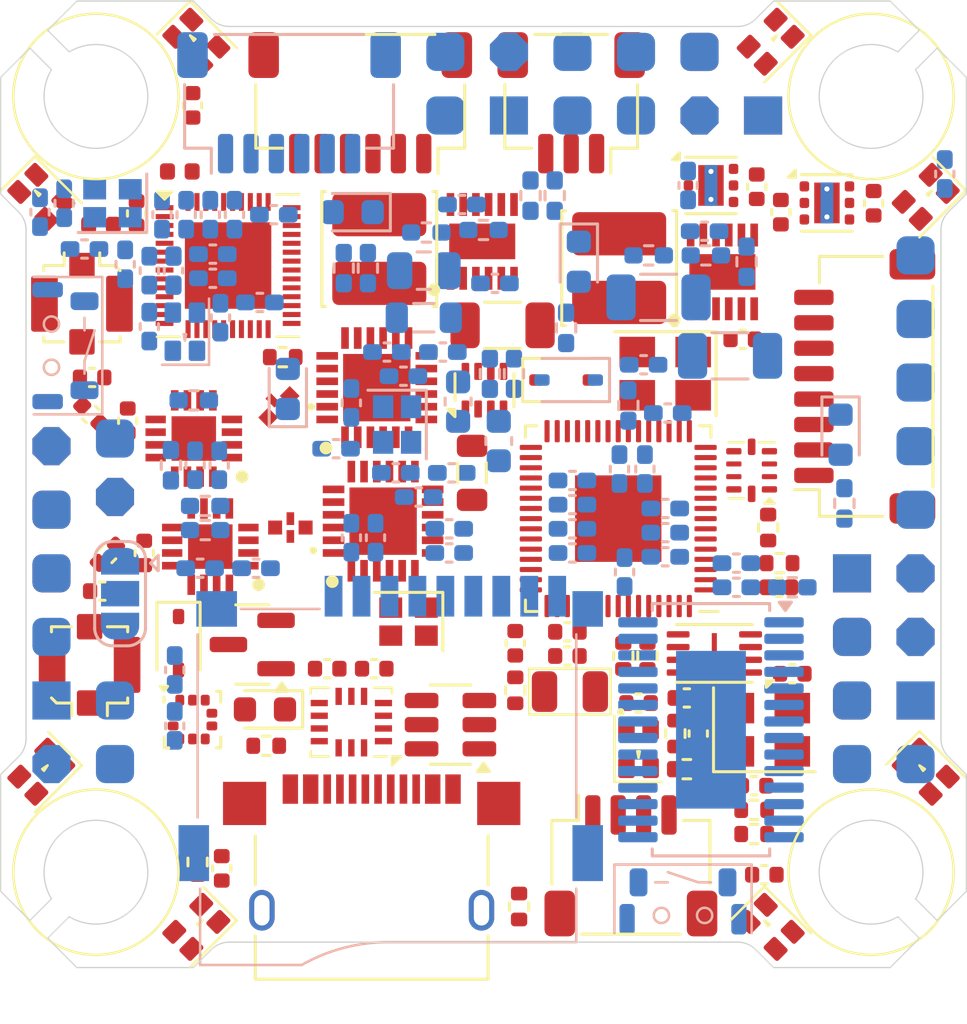
<source format=kicad_pcb>
(kicad_pcb (version 20241229) (generator "pcbnew") (generator_version "9.0")
  (layers (0 "F.Cu" signal) (4 "In1.Cu" signal) (6 "In2.Cu" signal) (8 "In3.Cu" signal) (10 "In4.Cu" signal) (12 "In5.Cu" signal) (14 "In6.Cu" signal) (2 "B.Cu" signal) (13 "F.Paste" user) (15 "B.Paste" user) (5 "F.SilkS" user "F.Silkscreen") (7 "B.SilkS" user "B.Silkscreen") (1 "F.Mask" user) (3 "B.Mask" user) (25 "Edge.Cuts" user))
  (net 0 "")
  (net 1 "GND")
  (net 2 "+1V1")
  (net 3 "+3V3")
  (net 4 "Net-(U1-VREG_AVDD)")
  (net 5 "Net-(U1-XIN)")
  (net 6 "Net-(C15-Pad2)")
  (net 7 "+4V5")
  (net 8 "+5V")
  (net 9 "+3V3_ELRS")
  (net 10 "Net-(U3-CAP1)")
  (net 11 "Net-(U3-LNA_IN)")
  (net 12 "VDD3P3")
  (net 13 "/ELRS/WIFI_ANTENNA")
  (net 14 "Net-(U3-XTAL_N)")
  (net 15 "Net-(C39-Pad2)")
  (net 16 "Net-(IC1-DCC_FB)")
  (net 17 "Net-(IC1-VR_PA)")
  (net 18 "Net-(IC2-ANT)")
  (net 19 "Net-(J3-In)")
  (net 20 "Net-(IC3-DCC_FB)")
  (net 21 "Net-(IC3-VR_PA)")
  (net 22 "Net-(J4-In)")
  (net 23 "Net-(IC4-ANT)")
  (net 24 "Net-(IC5-BOOT)")
  (net 25 "Net-(IC5-SW_1)")
  (net 26 "+5V_BUCK")
  (net 27 "VCC")
  (net 28 "Net-(IC6-BOOT)")
  (net 29 "Net-(IC6-SW_1)")
  (net 30 "+10V")
  (net 31 "/ADC/VBat_HI")
  (net 32 "/Video.In")
  (net 33 "Net-(U5-VIN)")
  (net 34 "Net-(U5-VOUT)")
  (net 35 "Net-(C77-Pad2)")
  (net 36 "Net-(U5-SAG)")
  (net 37 "Net-(U5-CLKIN)")
  (net 38 "Net-(U5-XFB)")
  (net 39 "/RP2350/LED")
  (net 40 "Net-(D1-DOUT)")
  (net 41 "Net-(D2-DOUT)")
  (net 42 "Net-(D3-DOUT)")
  (net 43 "Net-(D4-DOUT)")
  (net 44 "Net-(D5-DOUT)")
  (net 45 "Net-(D6-DOUT)")
  (net 46 "Net-(D7-DOUT)")
  (net 47 "Net-(D8-DOUT)")
  (net 48 "/Connectors/LED")
  (net 50 "/ELRS/LED_RGB")
  (net 51 "/Spk.+")
  (net 52 "/Spk.-")
  (net 53 "Net-(D14-A)")
  (net 54 "Net-(D15-A)")
  (net 55 "Net-(D16-A)")
  (net 56 "Net-(D17-A)")
  (net 57 "Net-(D18-A)")
  (net 58 "Net-(FL1-OUT)")
  (net 59 "Net-(FL1-IN)")
  (net 60 "Net-(FL2-IN)")
  (net 61 "Net-(FL2-OUT)")
  (net 63 "/ELRS/RADIO_RST")
  (net 64 "/ELRS/RADIO_BUSY")
  (net 65 "/ELRS/RADIO_DIO1")
  (net 66 "/ELRS/RADIO_MISO")
  (net 67 "/ELRS/RADIO_MOSI")
  (net 68 "Net-(IC1-DCC_SW)")
  (net 69 "Net-(IC1-XTA)")
  (net 70 "Net-(IC1-XTB)")
  (net 71 "/ELRS/RADIO_SCK")
  (net 72 "/ELRS/RADIO_NSS")
  (net 75 "/ELRS/POWER_RXEN")
  (net 77 "/ELRS/POWER_TXEN")
  (net 78 "Net-(IC3-XTB)")
  (net 80 "Net-(IC3-DCC_SW)")
  (net 81 "/ELRS/RADIO_NSS_2")
  (net 82 "/ELRS/RADIO_BUSY_2")
  (net 83 "/ELRS/RADIO_DIO1_2")
  (net 84 "Net-(IC3-XTA)")
  (net 86 "/ELRS/RADIO_RST_2")
  (net 89 "/ELRS/POWER_RXEN_2")
  (net 90 "/ELRS/POWER_TXEN_2")
  (net 92 "Net-(IC5-FB)")
  (net 94 "Net-(IC5-RT{slash}SYNC)")
  (net 96 "Net-(IC6-FB)")
  (net 97 "Net-(IC6-RT{slash}SYNC)")
  (net 99 "Net-(J1-CC2)")
  (net 100 "+5V_USB")
  (net 101 "Net-(J1-CC1)")
  (net 102 "/USB.D-")
  (net 103 "/USB.D+")
  (net 106 "/Motor.3")
  (net 107 "/Motor.1")
  (net 108 "/Motor.4")
  (net 109 "/Motor.2")
  (net 111 "/Connectors/Curr_ESC")
  (net 112 "/U1.TX")
  (net 113 "/U1.RX")
  (net 115 "/I2C0.SDA")
  (net 116 "/I2C0.SCL")
  (net 117 "/U2.TX")
  (net 118 "/U2.RX")
  (net 120 "/SWDIO")
  (net 121 "/SWCLK")
  (net 122 "/SD_DAT.0")
  (net 123 "/SD_DAT.3")
  (net 125 "/RP2350/SD_SCLK")
  (net 126 "/RP2350/SD_CMD")
  (net 127 "/SD_DAT.2")
  (net 128 "Net-(U1-VREG_LX)")
  (net 129 "Net-(U3-XTAL_P)")
  (net 130 "/PWM.1")
  (net 131 "/PWM.2")
  (net 132 "/PWM.3")
  (net 133 "/PWM.4")
  (net 134 "/U0.TX")
  (net 135 "/U0.RX")
  (net 136 "/Video.Out")
  (net 137 "/RP2350/Speaker")
  (net 138 "Net-(U1-USB_DP)")
  (net 139 "Net-(U1-USB_DM)")
  (net 140 "Net-(U1-XOUT)")
  (net 141 "Net-(U4-PR1)")
  (net 142 "Net-(U5-HSYNC)")
  (net 143 "Net-(U5-VSYNC)")
  (net 144 "Net-(U5-LOS)")
  (net 146 "Net-(U1-QSPI_SS)")
  (net 147 "/ELRS/ELRS_BUTTON")
  (net 148 "/SD_DAT.1")
  (net 149 "/ADC.VBat")
  (net 150 "Net-(U1-QSPI_SD0)")
  (net 151 "/RP2350/SPI0.MOSI")
  (net 152 "/RP2350/Gyro_Int")
  (net 153 "Net-(U1-QSPI_SCLK)")
  (net 154 "Net-(U1-QSPI_SD1)")
  (net 155 "/RP2350/Gyro_SS")
  (net 156 "Net-(U1-QSPI_SD2)")
  (net 157 "/ADC.Curr")
  (net 159 "/SPI1.SCLK")
  (net 160 "/SPI1.MISO")
  (net 161 "/SPI1.MOSI")
  (net 162 "Net-(U1-QSPI_SD3)")
  (net 163 "/RP2350/OSD_SS")
  (net 164 "/SPI0.SCLK")
  (net 167 "/SPI0.SDX")
  (net 180 "/ELRS/POWER_RXEN2")
  (footprint "Capacitor_SMD:C_0402_1005Metric" (layer "F.Cu") (at 115.35 88.95 -90)
    (property "Reference" "C81" (hide yes))
    (property "Value" "1u" (hide yes))
  )
  (footprint "Connector_JST:JST_SH_SM06B-SRSS-TB_1x06-1MP_P1.00mm_Horizontal" (layer "F.Cu") (at 95.15 85 180)
    (property "Reference" "J6" (hide yes))
    (property "Value" "Conn_01x06_MountingPin" (hide yes))
  )
  (footprint "Resistor_SMD:R_0402_1005Metric" (layer "F.Cu") (at 111.65 103.1)
    (property "Reference" "R27" (hide yes))
    (property "Value" "10k" (hide yes))
  )
  (footprint "Kolibri custom:WS2812B_1615" (layer "F.Cu") (at 82.6 88.7 -45)
    (property "Reference" "D6" (hide yes))
    (property "Value" "~" (hide yes))
  )
  (footprint "Capacitor_SMD:C_0402_1005Metric" (layer "F.Cu") (at 86.35 89.35 90)
    (property "Reference" "C32" (hide yes))
    (property "Value" "1.5p" (hide yes))
  )
  (footprint "Kolibri custom:QFN-60_EP_7x7_Pitch0.4mm" (layer "F.Cu") (at 105.3 101.35 180)
    (property "Reference" "U1" (hide yes))
    (property "Value" "RP2350A" (hide yes))
  )
  (footprint "Kolibri custom:Texas_X2QFN_RUG_10pin_1.5x2mm" (layer "F.Cu") (at 110.55 99.45 90)
    (property "Reference" "U9" (hide yes))
    (property "Value" "TLV9002S_RUG_X2QFN" (hide yes))
  )
  (footprint "Kolibri custom:Solder_Pad_octa_dual" (layer "F.Cu") (at 108.5 85.5)
    (property "Reference" "P30" (hide yes))
    (property "Value" "~" (hide yes))
  )
  (footprint "Kolibri custom:Solder_Pad_octa_dual" (layer "F.Cu") (at 85.5 100.5)
    (property "Reference" "P29" (hide yes))
    (property "Value" "~" (hide yes))
  )
  (footprint "Kolibri custom:WS2812B_1615" (layer "F.Cu") (at 117.4 88.7 -135)
    (property "Reference" "D9" (hide yes))
    (property "Value" "~" (hide yes))
  )
  (footprint "Kolibri custom:USB-C SMD+THT" (layer "F.Cu") (at 95.6 116.7475)
    (property "Reference" "J1" (hide yes))
    (property "Value" "USB_C_Receptacle_USB2.0_16P" (hide yes))
  )
  (footprint "Capacitor_SMD:C_0402_1005Metric" (layer "F.Cu") (at 108.45 109.8 90)
    (property "Reference" "C80" (hide yes))
    (property "Value" "15p" (hide yes))
  )
  (footprint "Resistor_SMD:R_0402_1005Metric" (layer "F.Cu") (at 88.75 114.85 -90)
    (property "Reference" "R5" (hide yes))
    (property "Value" "5.1k" (hide yes))
  )
  (footprint "SamacSys_Parts:QFN50P400X400X100-25N-D" (layer "F.Cu") (at 96.05 101.45 90)
    (property "Reference" "IC3" (hide yes))
    (property "Value" "SX1280IMLTRT" (hide yes))
  )
  (footprint "Kolibri custom:WS2812B_1615" (layer "F.Cu") (at 111.3 82.6 -135)
    (property "Reference" "D8" (hide yes))
    (property "Value" "~" (hide yes))
  )
  (footprint "SamacSys_Parts:2450FM07D0034T" (layer "F.Cu") (at 92.4 101.7 180)
    (property "Reference" "FL2" (hide yes))
    (property "Value" "2450FM07D0034T" (hide yes))
  )
  (footprint "SamacSys_Parts:SON50P300X300X80-13N" (layer "F.Cu") (at 99.95 90.45 90)
    (property "Reference" "IC6" (hide yes))
    (property "Value" "LMR38025SDRRR" (hide yes))
  )
  (footprint "Inductor_SMD:L_0805_2012Metric" (layer "F.Cu") (at 99.55 99.55 90)
    (property "Reference" "L6" (hide yes))
    (property "Value" "15u" (hide yes))
  )
  (footprint "Inductor_SMD:L_0402_1005Metric" (layer "F.Cu") (at 84.95 89.8)
    (property "Reference" "L3" (hide yes))
    (property "Value" "3.0n" (hide yes))
  )
  (footprint "SamacSys_Parts:QFN50P300X300X60-17N-D" (layer "F.Cu") (at 88.6 98.2 180)
    (property "Reference" "IC2" (hide yes))
    (property "Value" "RFX2401C" (hide yes))
  )
  (footprint "Resistor_SMD:R_0402_1005Metric" (layer "F.Cu") (at 105.5 106.75 -90)
    (property "Reference" "R2" (hide yes))
    (property "Value" "27" (hide yes))
  )
  (footprint "Capacitor_SMD:C_0402_1005Metric" (layer "F.Cu") (at 111.05 115.35 180)
    (property "Reference" "C18" (hide yes))
    (property "Value" "100n" (hide yes))
  )
  (footprint "LED_SMD:LED_0603_1608Metric" (layer "F.Cu") (at 91.4 108.85 180)
    (property "Reference" "D17" (hide yes))
    (property "Value" "green" (hide yes))
  )
  (footprint "Capacitor_SMD:C_0402_1005Metric" (layer "F.Cu") (at 103.3 105.8 180)
    (property "Reference" "C13" (hide yes))
    (property "Value" "4.7u" (hide yes))
  )
  (footprint "Kolibri custom:Solder_Pad_rect_dual" (layer "F.Cu") (at 111 85.5)
    (property "Reference" "P25" (hide yes))
    (property "Value" "~" (hide yes))
  )
  (footprint "Capacitor_SMD:C_0402_1005Metric" (layer "F.Cu") (at 110.2 94.3 180)
    (property "Reference" "C67" (hide yes))
    (property "Value" "100n" (hide yes))
  )
  (footprint "Kolibri custom:Abracon AOTA 0806" (layer "F.Cu") (at 103.4 108.15 180)
    (property "Reference" "L1" (hide yes))
    (property "Value" "3.3u" (hide yes))
  )
  (footprint "Package_LGA:ST_HLGA-10_2x2mm_P0.5mm_LayoutBorder3x2y" (layer "F.Cu") (at 88.55 109.25)
    (property "Reference" "U11" (hide yes))
    (property "Value" "LPS22HB" (hide yes))
  )
  (footprint "Kolibri custom:WS2812B_1615" (layer "F.Cu") (at 88.7 82.6 -45)
    (property "Reference" "D7" (hide yes))
    (property "Value" "~" (hide yes))
  )
  (footprint "Package_SON:WSON-6-1EP_2x2mm_P0.65mm_EP1x1.6mm_ThermalVias" (layer "F.Cu") (at 108.95 88.25)
    (property "Reference" "U7" (hide yes))
    (property "Value" "TPS746-3.3DRV" (hide yes))
  )
  (footprint "Package_LGA:Bosch_LGA-14_3x2.5mm_P0.5mm" (layer "F.Cu") (at 94.8 109.35 180)
    (property "Reference" "U2" (hide yes))
    (property "Value" "BMI270" (hide yes))
  )
  (footprint "Resistor_SMD:R_0402_1005Metric" (layer "F.Cu") (at 108 111.2)
    (property "Reference" "R22" (hide yes))
    (property "Value" "1k" (hide yes))
  )
  (footprint "Resistor_SMD:R_0402_1005Metric" (layer "F.Cu") (at 91.45 110.28 180)
    (property "Reference" "R31" (hide yes))
    (property "Value" "2.2k" (hide yes))
  )
  (footprint "Crystal:Crystal_SMD_3225-4Pin_3.2x2.5mm" (layer "F.Cu") (at 107.15 95.65 180)
    (property "Reference" "Y1" (hide yes))
    (property "Value" "Crystal_GND24" (hide yes))
  )
  (footprint "Connector_JST:JST_SH_SM03B-SRSS-TB_1x03-1MP_P1.00mm_Horizontal" (layer "F.Cu") (at 103.45 85 180)
    (property "Reference" "J8" (hide yes))
    (property "Value" "Conn_01x03_MountingPin" (hide yes))
  )
  (footprint "SamacSys_Parts:QFN50P300X300X60-17N-D" (layer "F.Cu") (at 89.25 102.45 180)
    (property "Reference" "IC4" (hide yes))
    (property "Value" "RFX2401C" (hide yes))
  )
  (footprint "Resistor_SMD:R_0402_1005Metric" (layer "F.Cu") (at 92.1 95)
    (property "Reference" "R32" (hide yes))
    (property "Value" "470" (hide yes))
  )
  (footprint "Kolibri custom:QFN-48_EP_5x5_Pitch0.35mm" (layer "F.Cu") (at 89.95 91.4)
    (property "Reference" "U3" (hide yes))
    (property "Value" "ESP32-U4WDH" (hide yes))
  )
  (footprint "Capacitor_SMD:C_0402_1005Metric" (layer "F.Cu") (at 103.3 106.75 180)
    (property "Reference" "C12" (hide yes))
    (property "Value" "4.7u" (hide yes))
  )
  (footprint "SamacSys_Parts:2450FM07D0034T" (layer "F.Cu") (at 91.95 96.95 -135)
    (property "Reference" "FL1" (hide yes))
    (property "Value" "2450FM07D0034T" (hide yes))
  )
  (footprint "Capacitor_SMD:C_0402_1005Metric" (layer "F.Cu") (at 108 108.4)
    (property "Reference" "C85" (hide yes))
    (property "Value" "100n" (hide yes))
  )
  (footprint "Package_TO_SOT_SMD:SOT-583-8" (layer "F.Cu") (at 100.0375 96.3 90)
    (property "Reference" "U4" (hide yes))
    (property "Value" "TPS2116DRL" (hide yes))
  )
  (footprint "Kolibri custom:Solder_Pad_rect_dual" (layer "F.Cu") (at 114.5 103.5)
    (property "Reference" "P23" (hide yes))
    (property "Value" "~" (hide yes))
  )
  (footprint "Connector_JST:JST_SH_SM08B-SRSS-TB_1x08-1MP_P1.00mm_Horizontal" (layer "F.Cu") (at 115 96.15 90)
    (property "Reference" "J5" (hide yes))
    (property "Value" "Conn_01x08_MountingPin" (hide yes))
  )
  (footprint "Capacitor_SMD:C_0402_1005Metric" (layer "F.Cu") (at 86 97.5 -90)
    (property "Reference" "C52" (hide yes))
    (property "Value" "DNF" (hide yes))
  )
  (footprint "Capacitor_SMD:C_0402_1005Metric" (layer "F.Cu") (at 95.7 107.25 180)
    (property "Reference" "C22" (hide yes))
    (property "Value" "100n" (hide yes))
  )
  (footprint "Inductor_SMD:L_Cenker_CKCS4020" (layer "F.Cu") (at 105.3375 91.5 -90)
    (property "Reference" "L7" (hide yes))
    (property "Value" "4.7u" (hide yes))
  )
  (footprint "Kolibri custom:Solder_Pad_rounded_dual" (layer "F.Cu") (at 83 103.5)
    (property "Reference" "P21" (hide yes))
    (property "Value" "~" (hide yes))
  )
  (footprint "Capacitor_SMD:C_0402_1005Metric" (layer "F.Cu") (at 111.625 104.05 180)
    (property "Reference" "C73" (hide yes))
    (property "Value" "1u" (hide yes))
  )
  (footprint "Capacitor_SMD:C_0402_1005Metric" (layer "F.Cu") (at 89.7 115.1 90)
    (property "Reference" "C19" (hide yes))
    (property "Value" "100n" (hide yes))
  )
  (footprint "Kolibri custom:WS2812B_1615" (layer "F.Cu") (at 88.7 117.4 -135)
    (property "Reference" "D4" (hide yes))
    (property "Value" "~" (hide yes))
  )
  (footprint "Connector_Coaxial:U.FL_Molex_MCRF_73412-0110_Vertical" (layer "F.Cu") (at 84.2 92.9)
    (property "Reference" "J3" (hide yes))
    (property "Value" "Conn_Coaxial_Small" (hide yes))
  )
  (footprint "Kolibri custom:Solder_Pad_octa_dual" (layer "F.Cu") (at 83 98.5)
    (property "Reference" "P34" (hide yes))
    (property "Value" "~" (hide yes))
  )
  (footprint "Resistor_SMD:R_0402_1005Metric" (layer "F.Cu") (at 110.65 113.75 180)
    (property "Reference" "R23" (hide yes))
    (property "Value" "1k" (hide yes))
  )
  (footprint "Resistor_SMD:R_0402_1005Metric" (layer "F.Cu") (at 101.25 108.1 90)
    (property "Reference" "R3" (hide yes))
    (property "Value" "33" (hide yes))
  )
  (footprint "Connector_Coaxial:U.FL_Molex_MCRF_73412-0110_Vertical" (layer "F.Cu") (at 84.5 107.1 180)
    (property "Reference" "J4" (hide yes))
    (property "Value" "Conn_Coaxial_Small" (hide yes))
  )
  (footprint "Capacitor_SMD:C_0402_1005Metric" (layer "F.Cu") (at 112.15 107.45)
    (property "Reference" "C79" (hide yes))
    (property "Value" "15p" (hide yes))
  )
  (footprint "Kolibri custom:WS2812B_1615" (layer "F.Cu") (at 111.3 117.4 -45)
    (property "Reference" "D3" (hide yes))
    (property "Value" "~" (hide yes))
  )
  (footprint "Capacitor_SMD:C_0402_1005Metric" (layer "F.Cu") (at 84.6 95.8 180)
    (property "Reference" "C51" (hide yes))
    (property "Value" "DNF" (hide yes))
  )
  (footprint "Capacitor_SMD:C_0402_1005Metric" (layer "F.Cu") (at 85 104.2 180)
    (property "Reference" "C58" (hide yes))
    (property "Value" "DNF" (hide yes))
  )
  (footprint "Kolibri custom:Solder_Pad_octa_dual" (layer "F.Cu") (at 117 106)
    (property "Reference" "P28" (hide yes))
    (property "Value" "~" (hide yes))
  )
  (footprint "Connector_JST:JST_SH_SM04B-SRSS-TB_1x04-1MP_P1.00mm_Horizontal" (layer "F.Cu") (at 105.8 115)
    (property "Reference" "J2" (hide yes))
    (property "Value" "Conn_01x04_MountingPin" (hide yes))
  )
  (footprint "Kolibri custom:Solder_Pad_rounded_dual" (layer "F.Cu") (at 114.5 108.5)
    (property "Reference" "P18" (hide yes))
    (property "Value" "~" (hide yes))
  )
  (footprint "Kolibri custom:Solder_Pad_rounded_dual" (layer "F.Cu") (at 83 101)
    (property "Reference" "P22" (hide yes))
    (property "Value" "~" (hide yes))
  )
  (footprint "Kolibri custom:Solder_Pad_rounded_dual" (layer "F.Cu") (at 114.5 106)
    (property "Reference" "P19" (hide yes))
    (property "Value" "~" (hide yes))
  )
  (footprint "Resistor_SMD:R_0402_1005Metric" (layer "F.Cu") (at 110.65 112.8 180)
    (property "Reference" "R24" (hide yes))
    (property "Value" "75" (hide yes))
  )
  (footprint "Package_TO_SOT_SMD:SOT-23-6" (layer "F.Cu") (at 98.7 109.45 180)
    (property "Reference" "U8" (hide yes))
    (property "Value" "WE-TVS-824015043" (hide yes))
  )
  (footprint "Kolibri custom:WS2812B_1615" (layer "F.Cu") (at 106.1 110.4 90)
    (property "Reference" "D1" (hide yes))
    (property "Value" "~" (hide yes))
  )
  (footprint "Package_SON:WSON-6-1EP_2x2mm_P0.65mm_EP1x1.6mm_ThermalVias" (layer "F.Cu") (at 113.5125 88.9375)
    (property "Reference" "U6" (hide yes))
    (property "Value" "LP5912-3.3DRV" (hide yes))
  )
  (footprint "Kolibri custom:Solder_Pad_rounded_dual" (layer "F.Cu") (at 108.5 83)
    (property "Reference" "P20" (hide yes))
    (property "Value" "~" (hide yes))
  )
  (footprint "Resistor_SMD:R_0402_1005Metric" (layer "F.Cu") (at 107.55 109.8 90)
    (property "Reference" "R21" (hide yes))
    (property "Value" "1k" (hide yes))
  )
  (footprint "Capacitor_SMD:C_0402_1005Metric" (layer "F.Cu") (at 106.1 108.6)
    (property "Reference" "C16" (hide yes))
    (property "Value" "100n" (hide yes))
  )
  (footprint "SamacSys_Parts:SON50P300X300X80-13N" (layer "F.Cu") (at 109.4 91.65 90)
    (property "Reference" "IC5" (hide yes))
    (property "Value" "LMR38025SDRRR" (hide yes))
  )
  (footprint "Diode_SMD:D_SOD-323" (layer "F.Cu") (at 103.15 95.9)
    (property "Reference" "D13" (hide yes))
    (property "Value" "1N4148WS" (hide yes))
  )
  (footprint "Inductor_SMD:L_0402_1005Metric" (layer "F.Cu") (at 88.05 87.7)
    (property "Reference" "L4" (hide yes))
    (property "Value" "24n" (hide yes))
  )
  (footprint "Capacitor_SMD:C_0402_1005Metric" (layer "F.Cu") (at 84.55 97.25 -45)
    (property "Reference" "C46" (hide yes))
    (property "Value" "47p" (hide yes))
  )
  (footprint "Capacitor_SMD:C_0402_1005Metric" (layer "F.Cu") (at 110.75 88.3 -90)
    (property "Reference" "C83" (hide yes))
    (property "Value" "1u" (hide yes))
  )
  (footprint "Crystal:Crystal_SMD_3225-4Pin_3.2x2.5mm" (layer "F.Cu") (at 111.05 109.65)
    (property "Reference" "Y4" (hide yes))
    (property "Value" "Crystal_GND24" (hide yes))
  )
  (footprint "Capacitor_SMD:C_0402_1005Metric" (layer "F.Cu") (at 101.25 106.25 90)
    (property "Reference" "C11" (hide yes))
    (property "Value" "4.7u" (hide yes))
  )
  (footprint "Capacitor_SMD:C_1206_3216Metric" (layer "F.Cu") (at 100.75 93.75 180)
    (property "Reference" "C69" (hide yes))
    (property "Value" "2.2u" (hide yes))
  )
  (footprint "Crystal:Crystal_SMD_2016-4Pin_2.0x1.6mm" (layer "F.Cu") (at 97.05 105.4 180)
    (property "Reference" "Y3" (hide yes))
    (property "Value" "Crystal_GND24" (hide yes))
  )
  (footprint "Capacitor_SMD:C_0402_1005Metric" (layer "F.Cu") (at 85.2 102.75 45)
    (property "Reference" "C57" (hide yes))
    (property "Value" "47p" (hide yes))
  )
  (footprint "Inductor_SMD:L_Cenker_CKCS4020" (layer "F.Cu") (at 95.9 90.75 -90)
    (property "Reference" "L8" (hide yes))
    (property "Value" "4.7u" (hide yes))
  )
  (footprint "Kolibri custom:WS2812B_1615" (layer "F.Cu") (at 117.4 111.3 -45)
    (property "Reference" "D2" (hide yes))
    (property "Value" "~" (hide yes))
  )
  (footprint "Kolibri custom:Solder_Pad_rect_dual" (layer "F.Cu") (at 117 108.5)
    (property "Reference" "P24" (hide yes))
    (property "Value" "~" (hide yes))
  )
  (footprint "Capacitor_SMD:C_0402_1005Metric" (layer "F.Cu") (at 110.65 111.85)
    (property "Reference" "C76" (hide yes))
    (property "Value" "100n" (hide yes))
  )
  (footprint "Resistor_SMD:R_0402_1005Metric" (layer "F.Cu") (at 106.45 106.75 -90)
    (property "Reference" "R1" (hide yes))
    (property "Value" "27" (hide yes))
  )
  (footprint "Kolibri custom:WS2812B_1615" (layer "F.Cu") (at 82.6 111.3 -135)
    (property "Reference" "D5" (hide yes))
    (property "Value" "~" (hide yes))
  )
  (footprint "Diode_SMD:D_SOD-323" (layer "F.Cu") (at 88 106.25 -90)
    (property "Reference" "D12" (hide yes))
    (property "Value" "1N4148WS" (hide yes))
  )
  (footprint "Package_TO_SOT_SMD:SOT-23" (layer "F.Cu") (at 90.9 106.3 180)
    (property "Reference" "Q1" (hide yes))
    (property "Value" "BSS138" (hide yes))
  )
  (footprint "Capacitor_SMD:C_0402_1005Metric" (layer "F.Cu") (at 86.65 102.7 90)
    (property "Reference" "C59" (hide yes))
    (property "Value" "DNF" (hide yes))
  )
  (footprint "Resistor_SMD:R_0402_1005Metric" (layer "F.Cu") (at 101.4 116.6 -90)
    (property "Reference" "R6" (hide yes))
    (property "Value" "5.1k" (hide yes))
  )
  (footprint "Capacitor_SMD:C_0402_1005Metric" (layer "F.Cu") (at 88.55 85.1 -90)
    (property "Reference" "C20" (hide yes))
    (property "Value" "100n" (hide yes))
  )
  (footprint "Resistor_SMD:R_0402_1005Metric" (layer "F.Cu") (at 111.2 101.7 -90)
    (property "Reference" "R26" (hide yes))
    (property "Value" "100k" (hide yes))
  )
  (footprint "Kolibri custom:Solder_Pad_octa_dual" (layer "F.Cu") (at 117 103.5)
    (property "Reference" "P33" (hide yes))
    (property "Value" "~" (hide yes))
  )
  (footprint "SamacSys_Parts:QFN50P400X400X100-25N-D" (layer "F.Cu") (at 95.8 96.2 90)
    (property "Reference" "IC1" (hide yes))
    (property "Value" "SX1280IMLTRT" (hide yes))
  )
  (footprint "Capacitor_SMD:C_0402_1005Metric" (layer "F.Cu") (at 93.85 107.25)
    (property "Reference" "C21" (hide yes))
    (property "Value" "100n" (hide yes))
  )
  (footprint "Capacitor_SMD:C_0402_1005Metric" (layer "F.Cu") (at 111.7 89.3 -90)
    (property "Reference" "C82" (hide yes))
    (property "Value" "1u" (hide yes))
  )
  (footprint "Package_SON:Winbond_USON-8-1EP_3x2mm_P0.5mm_EP0.2x1.6mm" (layer "F.Cu") (at 109.0825 106.65 180)
    (property "Reference" "U10" (hide yes))
    (property "Value" "W25Q16JVUXIQ" (hide yes))
  )
  (footprint "Capacitor_SMD:C_0402_1005Metric_Pad0.74x0.62mm_HandSolder" (layer "B.Cu") (at 91.2 92.85 180)
    (property "Reference" "C30" (hide yes))
    (property "Value" "1u" (hide yes))
  )
  (footprint "Resistor_SMD:R_0402_1005Metric_Pad0.72x0.64mm_HandSolder" (layer "B.Cu") (at 97.75 90.1)
    (property "Reference" "R20" (hide yes))
    (property "Value" "10k" (hide yes))
  )
  (footprint "Capacitor_SMD:C_0402_1005Metric_Pad0.74x0.62mm_HandSolder" (layer "B.Cu") (at 98.65 102.7)
    (property "Reference" "C74" (hide yes))
    (property "Value" "100n" (hide yes))
  )
  (footprint "Resistor_SMD:R_0402_1005Metric_Pad0.72x0.64mm_HandSolder" (layer "B.Cu") (at 112.15 104.05)
    (property "Reference" "R25" (hide yes))
    (property "Value" "75" (hide yes))
  )
  (footprint "Kolibri custom:Button C530669 wo holes" (layer "B.Cu") (at 83 94.55 90)
    (property "Reference" "SW2" (hide yes))
    (property "Value" "~" (hide yes))
  )
  (footprint "Capacitor_SMD:C_0402_1005Metric_Pad0.74x0.62mm_HandSolder" (layer "B.Cu") (at 98.65 101.75)
    (property "Reference" "C75" (hide yes))
    (property "Value" "1u" (hide yes))
  )
  (footprint "Capacitor_SMD:C_0402_1005Metric_Pad0.74x0.62mm_HandSolder" (layer "B.Cu") (at 103.5 99.85)
    (property "Reference" "C6" (hide yes))
    (property "Value" "100n" (hide yes))
  )
  (footprint "Kolibri custom:Solder_Pad_rounded" (layer "B.Cu") (at 98.5 85.5 180)
    (property "Reference" "P11" (hide yes))
    (property "Value" "~" (hide yes))
  )
  (footprint "Resistor_SMD:R_0402_1005Metric_Pad0.72x0.64mm_HandSolder" (layer "B.Cu") (at 110.35 91.25 -90)
    (property "Reference" "R17" (hide yes))
    (property "Value" "22.6k" (hide yes))
  )
  (footprint "Resistor_SMD:R_0402_1005Metric_Pad0.72x0.64mm_HandSolder" (layer "B.Cu") (at 100 90 180)
    (property "Reference" "R18" (hide yes))
    (property "Value" "21.5k" (hide yes))
  )
  (footprint "Capacitor_SMD:C_0402_1005Metric_Pad0.74x0.62mm_HandSolder" (layer "B.Cu") (at 96.2 94.8)
    (property "Reference" "C44" (hide yes))
    (property "Value" "100n" (hide yes))
  )
  (footprint "Kolibri custom:Solder_Pad_rounded" (layer "B.Cu") (at 103.5 85.5 180)
    (property "Reference" "P9" (hide yes))
    (property "Value" "~" (hide yes))
  )
  (footprint "Capacitor_SMD:C_0402_1005Metric_Pad0.74x0.62mm_HandSolder" (layer "B.Cu") (at 107.15 100.95 180)
    (property "Reference" "C4" (hide yes))
    (property "Value" "100n" (hide yes))
  )
  (footprint "LED_SMD:LED_0603_1608Metric" (layer "B.Cu") (at 94.85 89.3 180)
    (property "Reference" "D15" (hide yes))
    (property "Value" "violet" (hide yes))
  )
  (footprint "Capacitor_SMD:C_0402_1005Metric_Pad0.74x0.62mm_HandSolder" (layer "B.Cu") (at 89.65 93.45 90)
    (property "Reference" "C26" (hide yes))
    (property "Value" "100n" (hide yes))
  )
  (footprint "Capacitor_SMD:C_0402_1005Metric_Pad0.74x0.62mm_HandSolder" (layer "B.Cu") (at 103.5 100.8)
    (property "Reference" "C10" (hide yes))
    (property "Value" "100n" (hide yes))
  )
  (footprint "Capacitor_SMD:C_0402_1005Metric_Pad0.74x0.62mm_HandSolder" (layer "B.Cu") (at 107.25 97.2 180)
    (property "Reference" "C15" (hide yes))
    (property "Value" "15p" (hide yes))
  )
  (footprint "Capacitor_SMD:C_0402_1005Metric_Pad0.74x0.62mm_HandSolder" (layer "B.Cu") (at 89.25 89.4 -90)
    (property "Reference" "C28" (hide yes))
    (property "Value" "100n" (hide yes))
  )
  (footprint "Resistor_SMD:R_0402_1005Metric_Pad0.72x0.64mm_HandSolder" (layer "B.Cu") (at 95.45 91.5 90)
    (property "Reference" "R19" (hide yes))
    (property "Value" "90.9k" (hide yes))
  )
  (footprint "Resistor_SMD:R_0402_1005Metric_Pad0.72x0.64mm_HandSolder" (layer "B.Cu") (at 105.7 96.9 -90)
    (property "Reference" "R4" (hide yes))
    (property "Value" "1k" (hide yes))
  )
  (footprint "Capacitor_SMD:C_0402_1005Metric_Pad0.74x0.62mm_HandSolder" (layer "B.Cu") (at 99.15 89 180)
    (property "Reference" "C71" (hide yes))
    (property "Value" "100n" (hide yes))
  )
  (footprint "Capacitor_SMD:C_0603_1608Metric" (layer "B.Cu") (at 100.6 98.3 90)
    (property "Reference" "C64" (hide yes))
    (property "Value" "1u" (hide yes))
  )
  (footprint "Capacitor_SMD:C_0603_1608Metric" (layer "B.Cu") (at 99 96.75 90)
    (property "Reference" "C63" (hide yes))
    (property "Value" "1u" (hide yes))
  )
  (footprint "Crystal:Crystal_SMD_2016-4Pin_2.0x1.6mm" (layer "B.Cu") (at 96.6 97.65 -90)
    (property "Reference" "Y5" (hide yes))
    (property "Value" "Crystal_GND24" (hide yes))
  )
  (footprint "Capacitor_SMD:C_0402_1005Metric_Pad0.74x0.62mm_HandSolder" (layer "B.Cu") (at 88.3 89.4 90)
    (property "Reference" "C31" (hide yes))
    (property "Value" "10n" (hide yes))
  )
  (footprint "Capacitor_SMD:C_0402_1005Metric_Pad0.74x0.62mm_HandSolder" (layer "B.Cu") (at 84.3 90.75)
    (property "Reference" "C39" (hide yes))
    (property "Value" "15p" (hide yes))
  )
  (footprint "Kolibri custom:Solder_Pad_rounded" (layer "B.Cu") (at 103.5 83 180)
    (property "Reference" "P8" (hide yes))
    (property "Value" "~" (hide yes))
  )
  (footprint "Capacitor_SMD:C_1206_3216Metric" (layer "B.Cu") (at 106.8875 92.65)
    (property "Reference" "C66" (hide yes))
    (property "Value" "47u" (hide yes))
  )
  (footprint "Capacitor_SMD:C_0402_1005Metric_Pad0.74x0.62mm_HandSolder" (layer "B.Cu") (at 97.45 100.5 180)
    (property "Reference" "C60" (hide yes))
    (property "Value" "100n" (hide yes))
  )
  (footprint "Capacitor_SMD:C_0402_1005Metric_Pad0.74x0.62mm_HandSolder" (layer "B.Cu") (at 109.95 104.05 180)
    (property "Reference" "C78" (hide yes))
    (property "Value" "10u" (hide yes))
  )
  (footprint "Kolibri custom:Solder_Pad_rounded" (layer "B.Cu") (at 85.5 111 180)
    (property "Reference" "P17" (hide yes))
    (property "Value" "~" (hide yes))
  )
  (footprint "Resistor_SMD:R_0402_1005Metric_Pad0.72x0.64mm_HandSolder" (layer "B.Cu") (at 89.05 101.8 180)
    (property "Reference" "R12" (hide yes))
    (property "Value" "100k" (hide yes))
  )
  (footprint "Kolibri custom:Solder_Pad_rounded" (layer "B.Cu") (at 85.5 108.5 180)
    (property "Reference" "P16" (hide yes))
    (property "Value" "~" (hide yes))
  )
  (footprint "Resistor_SMD:R_0402_1005Metric_Pad0.72x0.64mm_HandSolder" (layer "B.Cu") (at 114.2 100.75 90)
    (property "Reference" "R28" (hide yes))
    (property "Value" "8.2k" (hide yes))
  )
  (footprint "Kolibri custom:Button C530669 wo holes" (layer "B.Cu") (at 107.85 116.95 180)
    (property "Reference" "SW1" (hide yes))
    (property "Value" "~" (hide yes))
  )
  (footprint "Kolibri custom:Solder_Pad_rounded" (layer "B.Cu") (at 117 93.5 180)
    (property "Reference" "P4" (hide yes))
    (property "Value" "~" (hide yes))
  )
  (footprint "Capacitor_SMD:C_0402_1005Metric_Pad0.74x0.62mm_HandSolder" (layer "B.Cu") (at 106.35 99.4 -90)
    (property "Reference" "C5" (hide yes))
    (property "Value" "100n" (hide yes))
  )
  (footprint "Capacitor_SMD:C_0402_1005Metric_Pad0.74x0.62mm_HandSolder" (layer "B.Cu") (at 88.85 103.3 180)
    (property "Reference" "C53" (hide yes))
    (property "Value" "1u" (hide yes))
  )
  (footprint "Capacitor_SMD:C_0402_1005Metric_Pad0.74x0.62mm_HandSolder" (layer "B.Cu") (at 90.2 89.4 -90)
    (property "Reference" "C29" (hide yes))
    (property "Value" "1u" (hide yes))
  )
  (footprint "Resistor_SMD:R_0402_1005Metric_Pad0.72x0.64mm_HandSolder" (layer "B.Cu") (at 101.85 88.65 90)
    (property "Reference" "R7" (hide yes))
    (property "Value" "6.8k" (hide yes))
  )
  (footprint "Capacitor_SMD:C_1206_3216Metric" (layer "B.Cu") (at 109.7 94.95 180)
    (property "Reference" "C68" (hide yes))
    (property "Value" "2.2u" (hide yes))
  )
  (footprint "Kolibri custom:Solder_Pad_rounded" (layer "B.Cu") (at 83 106 90)
    (property "Reference" "P13" (hide yes))
    (property "Value" "~" (hide yes))
  )
  (footprint "Kolibri custom:Solder_Pad_rounded" (layer "B.Cu") (at 114.5 111 -90)
    (property "Reference" "P14" (hide yes))
    (property "Value" "~" (hide yes))
  )
  (footprint "Capacitor_SMD:C_0402_1005Metric_Pad0.74x0.62mm_HandSolder" (layer "B.Cu") (at 94.2 98.6 180)
    (property "Reference" "C43" (hide yes))
    (property "Value" "10n" (hide yes))
  )
  (footprint "Connector_JST:JST_SH_SM06B-SRSS-TB_1x06-1MP_P1.00mm_Horizontal" (layer "B.Cu") (at 92.35 85)
    (property "Reference" "J7" (hide yes))
    (property "Value" "Conn_01x06_MountingPin" (hide yes))
  )
  (footprint "Capacitor_SMD:C_0402_1005Metric_Pad0.74x0.62mm_HandSolder" (layer "B.Cu") (at 94.8 96.8 -90)
    (property "Reference" "C42" (hide yes))
    (property "Value" "10n" (hide yes))
  )
  (footprint "Capacitor_SMD:C_0402_1005Metric_Pad0.74x0.62mm_HandSolder" (layer "B.Cu") (at 86.85 93.8 -90)
    (property "Reference" "C36" (hide yes))
    (property "Value" "10u" (hide yes))
  )
  (footprint "Crystal:Crystal_SMD_2016-4Pin_2.0x1.6mm" (layer "B.Cu") (at 85.4 88.95 180)
    (property "Reference" "Y2" (hide yes))
    (property "Value" "Crystal_GND24" (hide yes))
  )
  (footprint "Kolibri custom:Solder_Pad_rounded" (layer "B.Cu") (at 85.5 98.2 90)
    (property "Reference" "P12" (hide yes))
    (property "Value" "~" (hide yes))
  )
  (footprint "Kolibri custom:Solder_Pad_octa" (layer "B.Cu") (at 83 111 180)
    (property "Reference" "P31" (hide yes))
    (property "Value" "~" (hide yes))
  )
  (footprint "Kolibri custom:Solder_Pad_octa" (layer "B.Cu") (at 101 83 180)
    (property "Reference" "P32" (hide yes))
    (property "Value" "~" (hide yes))
  )
  (footprint "Capacitor_SMD:C_0402_1005Metric_Pad0.74x0.62mm_HandSolder" (layer "B.Cu") (at 87.35 89.4 -90)
    (property "Reference" "C25" (hide yes))
    (property "Value" "100n" (hide yes))
  )
  (footprint "Kolibri custom:Solder_Pad_rounded" (layer "B.Cu") (at 117 98.5 180)
    (property "Reference" "P2" (hide yes))
    (property "Value" "~" (hide yes))
  )
  (footprint "Capacitor_SMD:C_0402_1005Metric_Pad0.74x0.62mm_HandSolder" (layer "B.Cu") (at 86.85 91.6 90)
    (property "Reference" "C34" (hide yes))
    (property "Value" "100n" (hide yes))
  )
  (footprint "Package_SO:HTSSOP-28-1EP_4.4x9.7mm_P0.65mm_EP2.75x6.2mm" (layer "B.Cu") (at 108.95 109.65 180)
    (property "Reference" "U5" (hide yes))
    (property "Value" "AT7456E" (hide yes))
  )
  (footprint "Capacitor_SMD:C_0402_1005Metric_Pad0.74x0.62mm_HandSolder" (layer "B.Cu") (at 100.45 92.1 180)
    (property "Reference" "C70" (hide yes))
    (property "Value" "100n" (hide yes))
  )
  (footprint "Capacitor_SMD:C_0402_1005Metric_Pad0.74x0.62mm_HandSolder" (layer "B.Cu") (at 105.55 103.45 90)
    (property "Reference" "C9" (hide yes))
    (property "Value" "100n" (hide yes))
  )
  (footprint "Capacitor_SMD:C_0402_1005Metric_Pad0.74x0.62mm_HandSolder" (layer "B.Cu") (at 94.8 102.1 90)
    (property "Reference" "C55" (hide yes))
    (property "Value" "10n" (hide yes))
  )
  (footprint "Resistor_SMD:R_0402_1005Metric_Pad0.72x0.64mm_HandSolder" (layer "B.Cu") (at 94.5 91.5 90)
    (property "Reference" "R29" (hide yes))
    (property "Value" "3.3k" (hide yes))
  )
  (footprint "Capacitor_SMD:C_0402_1005Metric_Pad0.74x0.62mm_HandSolder" (layer "B.Cu") (at 108.7 90.05 180)
    (property "Reference" "C65" (hide yes))
    (property "Value" "100n" (hide yes))
  )
  (footprint "Capacitor_SMD:C_0402_1005Metric_Pad0.74x0.62mm_HandSolder" (layer "B.Cu") (at 89.35 91.9)
    (property "Reference" "C40" (hide yes))
    (property "Value" "100n" (hide yes))
  )
  (footprint "Kolibri custom:Solder_Pad_rounded" (layer "B.Cu") (at 106 83 180)
    (property "Reference" "P6" (hide yes))
    (property "Value" "~" (hide yes))
  )
  (footprint "LED_SMD:LED_0603_1608Metric" (layer "B.Cu") (at 103.75 91.25 -90)
    (property "Reference" "D16" (hide yes))
    (property "Value" "blue" (hide yes))
  )
  (footprint "Resistor_SMD:R_0402_1005Metric_Pad0.72x0.64mm_HandSolder" (layer "B.Cu") (at 100.25 95.65 -90)
    (property "Reference" "R13" (hide yes))
    (property "Value" "100k" (hide yes))
  )
  (footprint "LED_SMD:LED_0603_1608Metric" (layer "B.Cu") (at 114.05 98.05 -90)
    (property "Reference" "D14" (hide yes))
    (property "Value" "red" (hide yes))
  )
  (footprint "Kolibri custom:WS2812B_1615" (layer "B.Cu") (at 88.25 94 90)
    (property "Reference" "D11" (hide yes))
    (property "Value" "~" (hide yes))
  )
  (footprint "Capacitor_SMD:C_0402_1005Metric_Pad0.74x0.62mm_HandSolder" (layer "B.Cu") (at 88.65 99.25 90)
    (property "Reference" "C50" (hide yes))
    (property "Value" "1u" (hide yes))
  )
  (footprint "Capacitor_SMD:C_0402_1005Metric_Pad0.74x0.62mm_HandSolder" (layer "B.Cu") (at 82.55 89.3 90)
    (property "Reference" "C37" (hide yes))
    (property "Value" "1.5p" (hide yes))
  )
  (footprint "Jumper:SolderJumper-3_P1.3mm_Open_RoundedPad1.0x1.5mm" (layer "B.Cu") (at 85.7 104.3 -90)
    (property "Reference" "JP1" (hide yes))
    (property "Value" "SolderJumper_3_Open" (hide yes))
  )
  (footprint "Kolibri custom:Micro SD Card (TF)" (layer "B.Cu") (at 96.35 114.9 180)
    (property "Reference" "J9" (hide yes))
    (property "Value" "Micro_SD_Card_Det1" (hide yes))
  )
  (footprint "Kolibri custom:Solder_Pad_rounded" (layer "B.Cu") (at 98.5 83 180)
    (property "Reference" "P10" (hide yes))
    (property "Value" "~" (hide yes))
  )
  (footprint "Capacitor_SMD:C_0402_1005Metric_Pad0.74x0.62mm_HandSolder" (layer "B.Cu") (at 87.85 107.3 90)
    (property "Reference" "C23" (hide yes))
    (property "Value" "100n" (hide yes))
  )
  (footprint "Capacitor_SMD:C_0402_1005Metric_Pad0.74x0.62mm_HandSolder" (layer "B.Cu") (at 103.5 102.7)
    (property "Reference" "C7" (hide yes))
    (property "Value" "100n" (hide yes))
  )
  (footprint "Capacitor_SMD:C_0402_1005Metric_Pad0.74x0.62mm_HandSolder" (layer "B.Cu") (at 89.35 90.95)
    (property "Reference" "C33" (hide yes))
    (property "Value" "100n" (hide yes))
  )
  (footprint "Resistor_SMD:R_0402_1005Metric_Pad0.72x0.64mm_HandSolder" (layer "B.Cu") (at 88.6 96.7 180)
    (property "Reference" "R10" (hide yes))
    (property "Value" "100k" (hide yes))
  )
  (footprint "Resistor_SMD:R_0402_1005Metric_Pad0.72x0.64mm_HandSolder" (layer "B.Cu") (at 102.8 88.65 90)
    (property "Reference" "R8" (hide yes))
    (property "Value" "6.8k" (hide yes))
  )
  (footprint "Kolibri custom:Solder_Pad_rect" (layer "B.Cu") (at 101 85.5 180)
    (property "Reference" "P26" (hide yes))
    (property "Value" "~" (hide yes))
  )
  (footprint "Kolibri custom:Solder_Pad_rounded" (layer "B.Cu") (at 106 85.5 180)
    (property "Reference" "P7" (hide yes))
    (property "Value" "~" (hide yes))
  )
  (footprint "Capacitor_SMD:C_0402_1005Metric_Pad0.74x0.62mm_HandSolder" (layer "B.Cu") (at 106.3 95.3)
    (property "Reference" "C14" (hide yes))
    (property "Value" "15p" (hide yes))
  )
  (footprint "Capacitor_SMD:C_0402_1005Metric_Pad0.74x0.62mm_HandSolder" (layer "B.Cu") (at 107.15 101.9 180)
    (property "Reference" "C1" (hide yes))
    (property "Value" "100n" (hide yes))
  )
  (footprint "Resistor_SMD:R_0402_1005Metric_Pad0.72x0.64mm_HandSolder" (layer "B.Cu") (at 87.7 99.25 90)
    (property "Reference" "R9" (hide yes))
    (property "Value" "100k" (hide yes))
  )
  (footprint "Resistor_SMD:R_0402_1005Metric_Pad0.72x0.64mm_HandSolder" (layer "B.Cu") (at 108.75 91)
    (property "Reference" "R16" (hide yes))
    (property "Value" "10k" (hide yes))
  )
  (footprint "Resistor_SMD:R_0402_1005Metric_Pad0.72x0.64mm_HandSolder" (layer "B.Cu") (at 103.25 93.85 90)
    (property "Reference" "R30" (hide yes))
    (property "Value" "1k" (hide yes))
  )
  (footprint "Capacitor_SMD:C_0402_1005Metric_Pad0.74x0.62mm_HandSolder" (layer "B.Cu") (at 98.4 94.8)
    (property "Reference" "C41" (hide yes))
    (property "Value" "470n" (hide yes))
  )
  (footprint "Capacitor_SMD:C_0402_1005Metric_Pad0.74x0.62mm_HandSolder" (layer "B.Cu") (at 108.05 88.25 -90)
    (property "Reference" "C84" (hide yes))
    (property "Value" "1u" (hide yes))
  )
  (footprint "Capacitor_SMD:C_0402_1005Metric_Pad0.74x0.62mm_HandSolder" (layer "B.Cu") (at 96.55 99.55)
    (property "Reference" "C62" (hide yes))
    (property "Value" "100n" (hide yes))
  )
  (footprint "Kolibri custom:Solder_Pad_rounded" (layer "B.Cu") (at 117 96 180)
    (property "Reference" "P3" (hide yes))
    (property "Value" "~" (hide yes))
  )
  (footprint "Capacitor_SMD:C_0805_2012Metric" (layer "B.Cu") (at 97.65 91.6)
    (property "Reference" "C72" (hide yes))
    (property "Value" "22u" (hide yes))
  )
  (footprint "Capacitor_SMD:C_0402_1005Metric_Pad0.74x0.62mm_HandSolder" (layer "B.Cu") (at 91.75 89.4 180)
    (property "Reference" "C27" (hide yes))
    (property "Value" "100n" (hide yes))
  )
  (footprint "Resistor_SMD:R_0402_1005Metric_Pad0.72x0.64mm_HandSolder" (layer "B.Cu") (at 106.5 91)
    (property "Reference" "R15" (hide yes))
    (property "Value" "40.2k" (hide yes))
  )
  (footprint "Capacitor_SMD:C_0402_1005Metric_Pad0.74x0.62mm_HandSolder" (layer "B.Cu") (at 107.15 102.85 180)
    (property "Reference" "C8" (hide yes))
    (property "Value" "100n" (hide yes))
  )
  (footprint "Inductor_SMD:L_0402_1005Metric_Pad0.77x0.64mm_HandSolder" (layer "B.Cu") (at 87.8 91.6 90)
    (property "Reference" "L2" (hide yes))
    (property "Value" "2.0n" (hide yes))
  )
  (footprint "Inductor_SMD:L_0805_2012Metric" (layer "B.Cu") (at 97.65 93.45 180)
    (property "Reference" "L5" (hide yes))
    (property "Value" "15u" (hide yes))
  )
  (footprint "Kolibri custom:Solder_Pad_rounded" (layer "B.Cu") (at 117 101 180)
    (property "Reference" "P1" (hide yes))
    (property "Value" "~" (hide yes))
  )
  (footprint "Capacitor_SMD:C_0402_1005Metric_Pad0.74x0.62mm_HandSolder" (layer "B.Cu") (at 105.35 99.4 -90)
    (property "Reference" "C2" (hide yes))
    (property "Value" "4.7u" (hide yes))
  )
  (footprint "Capacitor_SMD:C_0402_1005Metric_Pad0.74x0.62mm_HandSolder" (layer "B.Cu") (at 103.5 101.75)
    (property "Reference" "C3" (hide yes))
    (property "Value" "100n" (hide yes))
  )
  (footprint "Resistor_SMD:R_0402_1005Metric_Pad0.72x0.64mm_HandSolder" (layer "B.Cu") (at 89.05 100.85)
    (property "Reference" "R11" (hide yes))
    (property "Value" "100k" (hide yes))
  )
  (footprint "Capacitor_SMD:C_0402_1005Metric_Pad0.74x0.62mm_HandSolder" (layer "B.Cu") (at 85.9 91.35 90)
    (property "Reference" "C35" (hide yes))
    (property "Value" "1u" (hide yes))
  )
  (footprint "Capacitor_SMD:C_0402_1005Metric_Pad0.74x0.62mm_HandSolder" (layer "B.Cu") (at 83.5 88.95 90)
    (property "Reference" "C38" (hide yes))
    (property "Value" "15p" (hide yes))
  )
  (footprint "Kolibri custom:Solder_Pad_rounded" (layer "B.Cu") (at 117 111 -90)
    (property "Reference" "P15" (hide yes))
    (property "Value" "~" (hide yes))
  )
  (footprint "Diode_SMD:D_SOD-323" (layer "B.Cu") (at 103.35 95.9 180)
    (property "Reference" "D10" (hide yes))
    (property "Value" "1N4148WS" (hide yes))
  )
  (footprint "LED_SMD:LED_0603_1608Metric" (layer "B.Cu") (at 92.3 96.25 90)
    (property "Reference" "D18" (hide yes))
    (property "Value" "yellow" (hide yes))
  )
  (footprint "Kolibri custom:Solder_Pad_rect" (layer "B.Cu") (at 83 108.5 180)
    (property "Reference" "P27" (hide yes))
    (property "Value" "~" (hide yes))
  )
  (footprint "Capacitor_SMD:C_0402_1005Metric_Pad0.74x0.62mm_HandSolder" (layer "B.Cu") (at 109.95 103.1)
    (property "Reference" "C77" (hide yes))
    (property "Value" "10u" (hide yes))
  )
  (footprint "Capacitor_SMD:C_0402_1005Metric_Pad0.74x0.62mm_HandSolder" (layer "B.Cu") (at 87.85 109.5 -90)
    (property "Reference" "C24" (hide yes))
    (property "Value" "100n" (hide yes))
  )
  (footprint "Capacitor_SMD:C_0402_1005Metric_Pad0.74x0.62mm_HandSolder" (layer "B.Cu") (at 89.6 99.25 90)
    (property "Reference" "C49" (hide yes))
    (property "Value" "220p" (hide yes))
  )
  (footprint "Resistor_SMD:R_0402_1005Metric_Pad0.72x0.64mm_HandSolder" (layer "B.Cu") (at 101.1975 95.65 90)
    (property "Reference" "R14" (hide yes))
    (property "Value" "39k" (hide yes))
  )
  (footprint "Capacitor_SMD:C_0402_1005Metric_Pad0.74x0.62mm_HandSolder" (layer "B.Cu") (at 118.15 87.8 -90)
    (property "Reference" "C17" (hide yes))
    (property "Value" "100n" (hide yes))
  )
  (footprint "Capacitor_SMD:C_0402_1005Metric_Pad0.74x0.62mm_HandSolder" (layer "B.Cu") (at 98.75 99.55)
    (property "Reference" "C61" (hide yes))
    (property "Value" "470n" (hide yes))
  )
  (footprint "Capacitor_SMD:C_0402_1005Metric_Pad0.74x0.62mm_HandSolder" (layer "B.Cu") (at 91.05 103.3)
    (property "Reference" "C54" (hide yes))
    (property "Value" "220p" (hide yes))
  )
  (footprint "Capacitor_SMD:C_0402_1005Metric_Pad0.74x0.62mm_HandSolder" (layer "B.Cu") (at 95.75 102.1 -90)
    (property "Reference" "C47" (hide yes))
    (property "Value" "10n" (hide yes))
  )
  (footprint "Capacitor_SMD:C_0402_1005Metric_Pad0.74x0.62mm_HandSolder" (layer "B.Cu") (at 96.85 95.75 180)
    (property "Reference" "C45" (hide yes))
    (property "Value" "100n" (hide yes))
  )
  (footprint "Kolibri custom:Solder_Pad_rounded" (layer "B.Cu") (at 117 91 180)
    (property "Reference" "P5" (hide yes))
    (property "Value" "~" (hide yes))
  )
  (gr_circle (center 115.25 115.25) (end 115.25 118.5) (stroke (width 0.1)) (fill no) (layer "F.SilkS"))
  (gr_circle (center 84.75 84.75) (end 84.75 81.5) (stroke (width 0.1)) (fill no) (layer "F.SilkS"))
  (gr_circle (center 115.25 84.75) (end 118.5 84.75) (stroke (width 0.1)) (fill no) (layer "F.SilkS"))
  (gr_circle (center 84.75 115.25) (end 81.5 115.25) (stroke (width 0.1)) (fill no) (layer "F.SilkS"))
  (gr_arc (start 90 82) (mid 89.617317 81.92388) (end 89.292893 81.707107) (stroke (width 0.05)) (layer "Edge.Cuts"))
  (gr_line (start 83 116.3) (end 82.15 117.15) (stroke (width 0.05)) (layer "Edge.Cuts"))
  (gr_arc (start 118 90) (mid 118.07612 89.617317) (end 118.292893 89.292893) (stroke (width 0.05)) (layer "Edge.Cuts"))
  (gr_arc (start 110 118) (mid 110.382683 118.07612) (end 110.707107 118.292893) (stroke (width 0.05)) (layer "Edge.Cuts"))
  (gr_line (start 116 119) (end 117.15 117.85) (stroke (width 0.05)) (layer "Edge.Cuts"))
  (gr_line (start 83.7 83) (end 82.85 82.15) (stroke (width 0.05)) (layer "Edge.Cuts"))
  (gr_line (start 88.585786 119) (end 84 119) (stroke (width 0.05)) (layer "Edge.Cuts"))
  (gr_line (start 89.292893 81.707107) (end 88.585786 81) (stroke (width 0.05)) (layer "Edge.Cuts"))
  (gr_line (start 118.292893 110.707107) (end 119 111.414214) (stroke (width 0.05)) (layer "Edge.Cuts"))
  (gr_line (start 81 116) (end 82.15 117.15) (stroke (width 0.05)) (layer "Edge.Cuts"))
  (gr_line (start 89.292893 118.292893) (end 88.585786 119) (stroke (width 0.05)) (layer "Edge.Cuts"))
  (gr_line (start 116.3 117) (end 117.15 117.85) (stroke (width 0.05)) (layer "Edge.Cuts"))
  (gr_arc (start 116.3 117) (mid 113.806913 113.806913) (end 117 116.3) (stroke (width 0.05)) (layer "Edge.Cuts"))
  (gr_line (start 81 111.414214) (end 81 116) (stroke (width 0.05)) (layer "Edge.Cuts"))
  (gr_line (start 117 116.3) (end 117.85 117.15) (stroke (width 0.05)) (layer "Edge.Cuts"))
  (gr_line (start 84 81) (end 82.85 82.15) (stroke (width 0.05)) (layer "Edge.Cuts"))
  (gr_line (start 90 82) (end 110 82) (stroke (width 0.05)) (layer "Edge.Cuts"))
  (gr_line (start 83 83.7) (end 82.15 82.85) (stroke (width 0.05)) (layer "Edge.Cuts"))
  (gr_line (start 119 88.585786) (end 119 84) (stroke (width 0.05)) (layer "Edge.Cuts"))
  (gr_arc (start 81.707107 89.292893) (mid 81.92388 89.617316) (end 82 90) (stroke (width 0.05)) (layer "Edge.Cuts"))
  (gr_line (start 118.292893 89.292893) (end 119 88.585786) (stroke (width 0.05)) (layer "Edge.Cuts"))
  (gr_line (start 116.3 83) (end 117.15 82.15) (stroke (width 0.05)) (layer "Edge.Cuts"))
  (gr_line (start 116 81) (end 117.15 82.15) (stroke (width 0.05)) (layer "Edge.Cuts"))
  (gr_line (start 119 111.414214) (end 119 116) (stroke (width 0.05)) (layer "Edge.Cuts"))
  (gr_line (start 81 88.585786) (end 81 84) (stroke (width 0.05)) (layer "Edge.Cuts"))
  (gr_line (start 81.707107 110.707107) (end 81 111.414214) (stroke (width 0.05)) (layer "Edge.Cuts"))
  (gr_line (start 81 84) (end 82.15 82.85) (stroke (width 0.05)) (layer "Edge.Cuts"))
  (gr_line (start 110.707107 81.707107) (end 111.414214 81) (stroke (width 0.05)) (layer "Edge.Cuts"))
  (gr_line (start 119 116) (end 117.85 117.15) (stroke (width 0.05)) (layer "Edge.Cuts"))
  (gr_arc (start 110.707107 81.707107) (mid 110.382684 81.92388) (end 110 82) (stroke (width 0.05)) (layer "Edge.Cuts"))
  (gr_line (start 119 84) (end 117.85 82.85) (stroke (width 0.05)) (layer "Edge.Cuts"))
  (gr_line (start 88.585786 81) (end 84 81) (stroke (width 0.05)) (layer "Edge.Cuts"))
  (gr_line (start 111.414214 119) (end 116 119) (stroke (width 0.05)) (layer "Edge.Cuts"))
  (gr_arc (start 82 110) (mid 81.92388 110.382683) (end 81.707107 110.707107) (stroke (width 0.05)) (layer "Edge.Cuts"))
  (gr_arc (start 83 116.3) (mid 86.193087 113.806913) (end 83.7 117) (stroke (width 0.05)) (layer "Edge.Cuts"))
  (gr_line (start 117 83.7) (end 117.85 82.85) (stroke (width 0.05)) (layer "Edge.Cuts"))
  (gr_line (start 83.7 117) (end 82.85 117.85) (stroke (width 0.05)) (layer "Edge.Cuts"))
  (gr_arc (start 117 83.7) (mid 113.806913 86.193087) (end 116.3 83) (stroke (width 0.05)) (layer "Edge.Cuts"))
  (gr_line (start 118 90) (end 118 110) (stroke (width 0.05)) (layer "Edge.Cuts"))
  (gr_arc (start 83.7 83) (mid 86.193087 86.193087) (end 83 83.7) (stroke (width 0.05)) (layer "Edge.Cuts"))
  (gr_line (start 82 110) (end 82 90) (stroke (width 0.05)) (layer "Edge.Cuts"))
  (gr_line (start 110.707107 118.292893) (end 111.414214 119) (stroke (width 0.05)) (layer "Edge.Cuts"))
  (gr_line (start 84 119) (end 82.85 117.85) (stroke (width 0.05)) (layer "Edge.Cuts"))
  (gr_line (start 110 118) (end 90 118) (stroke (width 0.05)) (layer "Edge.Cuts"))
  (gr_line (start 111.414214 81) (end 116 81) (stroke (width 0.05)) (layer "Edge.Cuts"))
  (gr_arc (start 89.292893 118.292893) (mid 89.617316 118.07612) (end 90 118) (stroke (width 0.05)) (layer "Edge.Cuts"))
  (gr_arc (start 118.292893 110.707107) (mid 118.07612 110.382684) (end 118 110) (stroke (width 0.05)) (layer "Edge.Cuts"))
  (gr_line (start 81.707107 89.292893) (end 81 88.585786) (stroke (width 0.05)) (layer "Edge.Cuts"))
)
</source>
